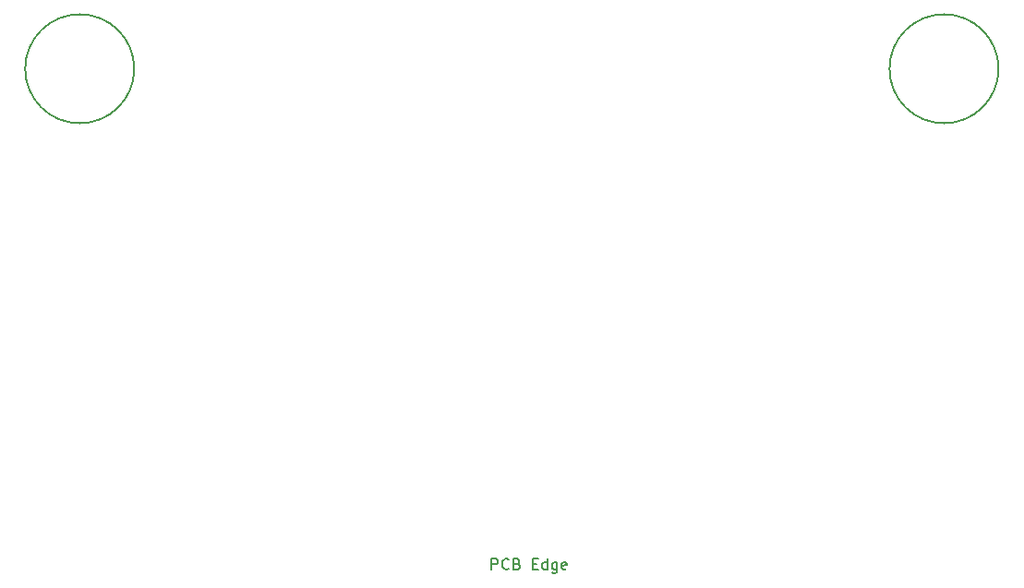
<source format=gbr>
%TF.GenerationSoftware,KiCad,Pcbnew,8.0.1*%
%TF.CreationDate,2024-04-05T12:29:39-07:00*%
%TF.ProjectId,flash-32mbit,666c6173-682d-4333-926d-6269742e6b69,10*%
%TF.SameCoordinates,Original*%
%TF.FileFunction,Other,Comment*%
%FSLAX46Y46*%
G04 Gerber Fmt 4.6, Leading zero omitted, Abs format (unit mm)*
G04 Created by KiCad (PCBNEW 8.0.1) date 2024-04-05 12:29:39*
%MOMM*%
%LPD*%
G01*
G04 APERTURE LIST*
%ADD10C,0.150000*%
G04 APERTURE END LIST*
D10*
X146771428Y-136429819D02*
X146771428Y-135429819D01*
X146771428Y-135429819D02*
X147152380Y-135429819D01*
X147152380Y-135429819D02*
X147247618Y-135477438D01*
X147247618Y-135477438D02*
X147295237Y-135525057D01*
X147295237Y-135525057D02*
X147342856Y-135620295D01*
X147342856Y-135620295D02*
X147342856Y-135763152D01*
X147342856Y-135763152D02*
X147295237Y-135858390D01*
X147295237Y-135858390D02*
X147247618Y-135906009D01*
X147247618Y-135906009D02*
X147152380Y-135953628D01*
X147152380Y-135953628D02*
X146771428Y-135953628D01*
X148342856Y-136334580D02*
X148295237Y-136382200D01*
X148295237Y-136382200D02*
X148152380Y-136429819D01*
X148152380Y-136429819D02*
X148057142Y-136429819D01*
X148057142Y-136429819D02*
X147914285Y-136382200D01*
X147914285Y-136382200D02*
X147819047Y-136286961D01*
X147819047Y-136286961D02*
X147771428Y-136191723D01*
X147771428Y-136191723D02*
X147723809Y-136001247D01*
X147723809Y-136001247D02*
X147723809Y-135858390D01*
X147723809Y-135858390D02*
X147771428Y-135667914D01*
X147771428Y-135667914D02*
X147819047Y-135572676D01*
X147819047Y-135572676D02*
X147914285Y-135477438D01*
X147914285Y-135477438D02*
X148057142Y-135429819D01*
X148057142Y-135429819D02*
X148152380Y-135429819D01*
X148152380Y-135429819D02*
X148295237Y-135477438D01*
X148295237Y-135477438D02*
X148342856Y-135525057D01*
X149104761Y-135906009D02*
X149247618Y-135953628D01*
X149247618Y-135953628D02*
X149295237Y-136001247D01*
X149295237Y-136001247D02*
X149342856Y-136096485D01*
X149342856Y-136096485D02*
X149342856Y-136239342D01*
X149342856Y-136239342D02*
X149295237Y-136334580D01*
X149295237Y-136334580D02*
X149247618Y-136382200D01*
X149247618Y-136382200D02*
X149152380Y-136429819D01*
X149152380Y-136429819D02*
X148771428Y-136429819D01*
X148771428Y-136429819D02*
X148771428Y-135429819D01*
X148771428Y-135429819D02*
X149104761Y-135429819D01*
X149104761Y-135429819D02*
X149199999Y-135477438D01*
X149199999Y-135477438D02*
X149247618Y-135525057D01*
X149247618Y-135525057D02*
X149295237Y-135620295D01*
X149295237Y-135620295D02*
X149295237Y-135715533D01*
X149295237Y-135715533D02*
X149247618Y-135810771D01*
X149247618Y-135810771D02*
X149199999Y-135858390D01*
X149199999Y-135858390D02*
X149104761Y-135906009D01*
X149104761Y-135906009D02*
X148771428Y-135906009D01*
X150533333Y-135906009D02*
X150866666Y-135906009D01*
X151009523Y-136429819D02*
X150533333Y-136429819D01*
X150533333Y-136429819D02*
X150533333Y-135429819D01*
X150533333Y-135429819D02*
X151009523Y-135429819D01*
X151866666Y-136429819D02*
X151866666Y-135429819D01*
X151866666Y-136382200D02*
X151771428Y-136429819D01*
X151771428Y-136429819D02*
X151580952Y-136429819D01*
X151580952Y-136429819D02*
X151485714Y-136382200D01*
X151485714Y-136382200D02*
X151438095Y-136334580D01*
X151438095Y-136334580D02*
X151390476Y-136239342D01*
X151390476Y-136239342D02*
X151390476Y-135953628D01*
X151390476Y-135953628D02*
X151438095Y-135858390D01*
X151438095Y-135858390D02*
X151485714Y-135810771D01*
X151485714Y-135810771D02*
X151580952Y-135763152D01*
X151580952Y-135763152D02*
X151771428Y-135763152D01*
X151771428Y-135763152D02*
X151866666Y-135810771D01*
X152771428Y-135763152D02*
X152771428Y-136572676D01*
X152771428Y-136572676D02*
X152723809Y-136667914D01*
X152723809Y-136667914D02*
X152676190Y-136715533D01*
X152676190Y-136715533D02*
X152580952Y-136763152D01*
X152580952Y-136763152D02*
X152438095Y-136763152D01*
X152438095Y-136763152D02*
X152342857Y-136715533D01*
X152771428Y-136382200D02*
X152676190Y-136429819D01*
X152676190Y-136429819D02*
X152485714Y-136429819D01*
X152485714Y-136429819D02*
X152390476Y-136382200D01*
X152390476Y-136382200D02*
X152342857Y-136334580D01*
X152342857Y-136334580D02*
X152295238Y-136239342D01*
X152295238Y-136239342D02*
X152295238Y-135953628D01*
X152295238Y-135953628D02*
X152342857Y-135858390D01*
X152342857Y-135858390D02*
X152390476Y-135810771D01*
X152390476Y-135810771D02*
X152485714Y-135763152D01*
X152485714Y-135763152D02*
X152676190Y-135763152D01*
X152676190Y-135763152D02*
X152771428Y-135810771D01*
X153628571Y-136382200D02*
X153533333Y-136429819D01*
X153533333Y-136429819D02*
X153342857Y-136429819D01*
X153342857Y-136429819D02*
X153247619Y-136382200D01*
X153247619Y-136382200D02*
X153200000Y-136286961D01*
X153200000Y-136286961D02*
X153200000Y-135906009D01*
X153200000Y-135906009D02*
X153247619Y-135810771D01*
X153247619Y-135810771D02*
X153342857Y-135763152D01*
X153342857Y-135763152D02*
X153533333Y-135763152D01*
X153533333Y-135763152D02*
X153628571Y-135810771D01*
X153628571Y-135810771D02*
X153676190Y-135906009D01*
X153676190Y-135906009D02*
X153676190Y-136001247D01*
X153676190Y-136001247D02*
X153200000Y-136096485D01*
%TO.C,H1*%
X114000000Y-90500000D02*
G75*
G02*
X104000000Y-90500000I-5000000J0D01*
G01*
X104000000Y-90500000D02*
G75*
G02*
X114000000Y-90500000I5000000J0D01*
G01*
%TO.C,H2*%
X193250000Y-90500000D02*
G75*
G02*
X183250000Y-90500000I-5000000J0D01*
G01*
X183250000Y-90500000D02*
G75*
G02*
X193250000Y-90500000I5000000J0D01*
G01*
%TD*%
M02*

</source>
